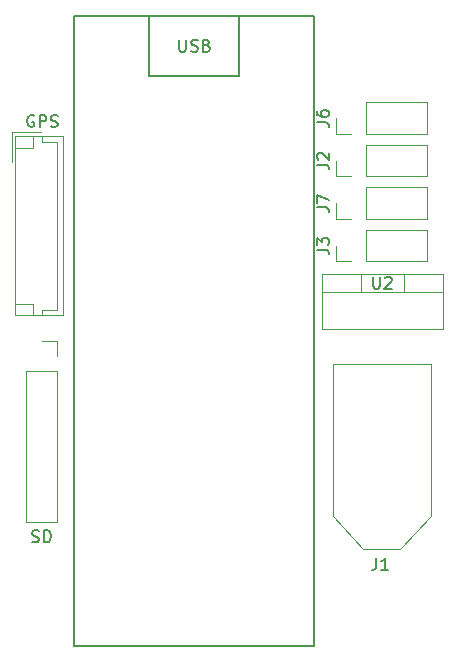
<source format=gbr>
%TF.GenerationSoftware,KiCad,Pcbnew,(6.0.8)*%
%TF.CreationDate,2022-11-08T22:30:31-08:00*%
%TF.ProjectId,ShittyOBC,53686974-7479-44f4-9243-2e6b69636164,rev?*%
%TF.SameCoordinates,Original*%
%TF.FileFunction,Legend,Top*%
%TF.FilePolarity,Positive*%
%FSLAX46Y46*%
G04 Gerber Fmt 4.6, Leading zero omitted, Abs format (unit mm)*
G04 Created by KiCad (PCBNEW (6.0.8)) date 2022-11-08 22:30:31*
%MOMM*%
%LPD*%
G01*
G04 APERTURE LIST*
%ADD10C,0.150000*%
%ADD11C,0.120000*%
G04 APERTURE END LIST*
D10*
%TO.C,U2*%
X158913095Y-92627380D02*
X158913095Y-93436904D01*
X158960714Y-93532142D01*
X159008333Y-93579761D01*
X159103571Y-93627380D01*
X159294047Y-93627380D01*
X159389285Y-93579761D01*
X159436904Y-93532142D01*
X159484523Y-93436904D01*
X159484523Y-92627380D01*
X159913095Y-92722619D02*
X159960714Y-92675000D01*
X160055952Y-92627380D01*
X160294047Y-92627380D01*
X160389285Y-92675000D01*
X160436904Y-92722619D01*
X160484523Y-92817857D01*
X160484523Y-92913095D01*
X160436904Y-93055952D01*
X159865476Y-93627380D01*
X160484523Y-93627380D01*
%TO.C,J8*%
X130039285Y-115054761D02*
X130182142Y-115102380D01*
X130420238Y-115102380D01*
X130515476Y-115054761D01*
X130563095Y-115007142D01*
X130610714Y-114911904D01*
X130610714Y-114816666D01*
X130563095Y-114721428D01*
X130515476Y-114673809D01*
X130420238Y-114626190D01*
X130229761Y-114578571D01*
X130134523Y-114530952D01*
X130086904Y-114483333D01*
X130039285Y-114388095D01*
X130039285Y-114292857D01*
X130086904Y-114197619D01*
X130134523Y-114150000D01*
X130229761Y-114102380D01*
X130467857Y-114102380D01*
X130610714Y-114150000D01*
X131039285Y-115102380D02*
X131039285Y-114102380D01*
X131277380Y-114102380D01*
X131420238Y-114150000D01*
X131515476Y-114245238D01*
X131563095Y-114340476D01*
X131610714Y-114530952D01*
X131610714Y-114673809D01*
X131563095Y-114864285D01*
X131515476Y-114959523D01*
X131420238Y-115054761D01*
X131277380Y-115102380D01*
X131039285Y-115102380D01*
%TO.C,J1*%
X159166666Y-116452380D02*
X159166666Y-117166666D01*
X159119047Y-117309523D01*
X159023809Y-117404761D01*
X158880952Y-117452380D01*
X158785714Y-117452380D01*
X160166666Y-117452380D02*
X159595238Y-117452380D01*
X159880952Y-117452380D02*
X159880952Y-116452380D01*
X159785714Y-116595238D01*
X159690476Y-116690476D01*
X159595238Y-116738095D01*
%TO.C,J7*%
X154172380Y-86733333D02*
X154886666Y-86733333D01*
X155029523Y-86780952D01*
X155124761Y-86876190D01*
X155172380Y-87019047D01*
X155172380Y-87114285D01*
X154172380Y-86352380D02*
X154172380Y-85685714D01*
X155172380Y-86114285D01*
%TO.C,J4*%
X130185714Y-79000000D02*
X130090476Y-78952380D01*
X129947619Y-78952380D01*
X129804761Y-79000000D01*
X129709523Y-79095238D01*
X129661904Y-79190476D01*
X129614285Y-79380952D01*
X129614285Y-79523809D01*
X129661904Y-79714285D01*
X129709523Y-79809523D01*
X129804761Y-79904761D01*
X129947619Y-79952380D01*
X130042857Y-79952380D01*
X130185714Y-79904761D01*
X130233333Y-79857142D01*
X130233333Y-79523809D01*
X130042857Y-79523809D01*
X130661904Y-79952380D02*
X130661904Y-78952380D01*
X131042857Y-78952380D01*
X131138095Y-79000000D01*
X131185714Y-79047619D01*
X131233333Y-79142857D01*
X131233333Y-79285714D01*
X131185714Y-79380952D01*
X131138095Y-79428571D01*
X131042857Y-79476190D01*
X130661904Y-79476190D01*
X131614285Y-79904761D02*
X131757142Y-79952380D01*
X131995238Y-79952380D01*
X132090476Y-79904761D01*
X132138095Y-79857142D01*
X132185714Y-79761904D01*
X132185714Y-79666666D01*
X132138095Y-79571428D01*
X132090476Y-79523809D01*
X131995238Y-79476190D01*
X131804761Y-79428571D01*
X131709523Y-79380952D01*
X131661904Y-79333333D01*
X131614285Y-79238095D01*
X131614285Y-79142857D01*
X131661904Y-79047619D01*
X131709523Y-79000000D01*
X131804761Y-78952380D01*
X132042857Y-78952380D01*
X132185714Y-79000000D01*
%TO.C,U3*%
X142488095Y-72572380D02*
X142488095Y-73381904D01*
X142535714Y-73477142D01*
X142583333Y-73524761D01*
X142678571Y-73572380D01*
X142869047Y-73572380D01*
X142964285Y-73524761D01*
X143011904Y-73477142D01*
X143059523Y-73381904D01*
X143059523Y-72572380D01*
X143488095Y-73524761D02*
X143630952Y-73572380D01*
X143869047Y-73572380D01*
X143964285Y-73524761D01*
X144011904Y-73477142D01*
X144059523Y-73381904D01*
X144059523Y-73286666D01*
X144011904Y-73191428D01*
X143964285Y-73143809D01*
X143869047Y-73096190D01*
X143678571Y-73048571D01*
X143583333Y-73000952D01*
X143535714Y-72953333D01*
X143488095Y-72858095D01*
X143488095Y-72762857D01*
X143535714Y-72667619D01*
X143583333Y-72620000D01*
X143678571Y-72572380D01*
X143916666Y-72572380D01*
X144059523Y-72620000D01*
X144821428Y-73048571D02*
X144964285Y-73096190D01*
X145011904Y-73143809D01*
X145059523Y-73239047D01*
X145059523Y-73381904D01*
X145011904Y-73477142D01*
X144964285Y-73524761D01*
X144869047Y-73572380D01*
X144488095Y-73572380D01*
X144488095Y-72572380D01*
X144821428Y-72572380D01*
X144916666Y-72620000D01*
X144964285Y-72667619D01*
X145011904Y-72762857D01*
X145011904Y-72858095D01*
X144964285Y-72953333D01*
X144916666Y-73000952D01*
X144821428Y-73048571D01*
X144488095Y-73048571D01*
%TO.C,J2*%
X154172380Y-83133333D02*
X154886666Y-83133333D01*
X155029523Y-83180952D01*
X155124761Y-83276190D01*
X155172380Y-83419047D01*
X155172380Y-83514285D01*
X154267619Y-82704761D02*
X154220000Y-82657142D01*
X154172380Y-82561904D01*
X154172380Y-82323809D01*
X154220000Y-82228571D01*
X154267619Y-82180952D01*
X154362857Y-82133333D01*
X154458095Y-82133333D01*
X154600952Y-82180952D01*
X155172380Y-82752380D01*
X155172380Y-82133333D01*
%TO.C,J3*%
X154172380Y-90333333D02*
X154886666Y-90333333D01*
X155029523Y-90380952D01*
X155124761Y-90476190D01*
X155172380Y-90619047D01*
X155172380Y-90714285D01*
X154172380Y-89952380D02*
X154172380Y-89333333D01*
X154553333Y-89666666D01*
X154553333Y-89523809D01*
X154600952Y-89428571D01*
X154648571Y-89380952D01*
X154743809Y-89333333D01*
X154981904Y-89333333D01*
X155077142Y-89380952D01*
X155124761Y-89428571D01*
X155172380Y-89523809D01*
X155172380Y-89809523D01*
X155124761Y-89904761D01*
X155077142Y-89952380D01*
%TO.C,J6*%
X154127380Y-79533333D02*
X154841666Y-79533333D01*
X154984523Y-79580952D01*
X155079761Y-79676190D01*
X155127380Y-79819047D01*
X155127380Y-79914285D01*
X154127380Y-78628571D02*
X154127380Y-78819047D01*
X154175000Y-78914285D01*
X154222619Y-78961904D01*
X154365476Y-79057142D01*
X154555952Y-79104761D01*
X154936904Y-79104761D01*
X155032142Y-79057142D01*
X155079761Y-79009523D01*
X155127380Y-78914285D01*
X155127380Y-78723809D01*
X155079761Y-78628571D01*
X155032142Y-78580952D01*
X154936904Y-78533333D01*
X154698809Y-78533333D01*
X154603571Y-78580952D01*
X154555952Y-78628571D01*
X154508333Y-78723809D01*
X154508333Y-78914285D01*
X154555952Y-79009523D01*
X154603571Y-79057142D01*
X154698809Y-79104761D01*
D11*
%TO.C,U2*%
X154580000Y-97016000D02*
X164820000Y-97016000D01*
X157850000Y-92375000D02*
X157850000Y-93885000D01*
X154580000Y-92375000D02*
X154580000Y-97016000D01*
X161551000Y-92375000D02*
X161551000Y-93885000D01*
X154580000Y-93885000D02*
X164820000Y-93885000D01*
X164820000Y-92375000D02*
X164820000Y-97016000D01*
X154580000Y-92375000D02*
X164820000Y-92375000D01*
%TO.C,J8*%
X129520000Y-113400000D02*
X132180000Y-113400000D01*
X132180000Y-98040000D02*
X132180000Y-99370000D01*
X129520000Y-100640000D02*
X129520000Y-113400000D01*
X132180000Y-100640000D02*
X132180000Y-113400000D01*
X130850000Y-98040000D02*
X132180000Y-98040000D01*
X129520000Y-100640000D02*
X132180000Y-100640000D01*
%TO.C,J1*%
X161200000Y-115700000D02*
X163800000Y-112850000D01*
X158050000Y-115700000D02*
X161200000Y-115700000D01*
X163800000Y-112850000D02*
X163800000Y-100000000D01*
X163800000Y-100000000D02*
X155500000Y-100000000D01*
X155500000Y-100000000D02*
X155500000Y-112850000D01*
X155500000Y-112850000D02*
X158050000Y-115700000D01*
%TO.C,J7*%
X158320000Y-85070000D02*
X163460000Y-85070000D01*
X157050000Y-87730000D02*
X155720000Y-87730000D01*
X163460000Y-87730000D02*
X163460000Y-85070000D01*
X155720000Y-87730000D02*
X155720000Y-86400000D01*
X158320000Y-87730000D02*
X163460000Y-87730000D01*
X158320000Y-87730000D02*
X158320000Y-85070000D01*
%TO.C,J4*%
X132110000Y-81190000D02*
X132110000Y-95410000D01*
X128590000Y-80690000D02*
X128590000Y-95910000D01*
X130900000Y-81190000D02*
X132110000Y-81190000D01*
X130900000Y-80690000D02*
X130900000Y-81190000D01*
X130900000Y-95410000D02*
X130900000Y-95910000D01*
X130090000Y-94910000D02*
X128590000Y-94910000D01*
X130790000Y-80390000D02*
X128290000Y-80390000D01*
X130090000Y-80690000D02*
X130090000Y-81690000D01*
X132610000Y-80690000D02*
X128590000Y-80690000D01*
X132110000Y-95410000D02*
X130900000Y-95410000D01*
X132610000Y-95910000D02*
X132610000Y-80690000D01*
X130090000Y-81690000D02*
X128590000Y-81690000D01*
X128290000Y-80390000D02*
X128290000Y-82890000D01*
X130090000Y-95910000D02*
X130090000Y-94910000D01*
X128590000Y-95910000D02*
X132610000Y-95910000D01*
D10*
%TO.C,U3*%
X147560000Y-75660000D02*
X147560000Y-70580000D01*
X139940000Y-70580000D02*
X139940000Y-75660000D01*
X153910000Y-70580000D02*
X153910000Y-123920000D01*
X133590000Y-123920000D02*
X133590000Y-70580000D01*
X133590000Y-70580000D02*
X153910000Y-70580000D01*
X153910000Y-123920000D02*
X133590000Y-123920000D01*
X139940000Y-75660000D02*
X147560000Y-75660000D01*
D11*
%TO.C,J2*%
X157050000Y-84130000D02*
X155720000Y-84130000D01*
X158320000Y-81470000D02*
X163460000Y-81470000D01*
X155720000Y-84130000D02*
X155720000Y-82800000D01*
X163460000Y-84130000D02*
X163460000Y-81470000D01*
X158320000Y-84130000D02*
X163460000Y-84130000D01*
X158320000Y-84130000D02*
X158320000Y-81470000D01*
%TO.C,J3*%
X163460000Y-91330000D02*
X163460000Y-88670000D01*
X155720000Y-91330000D02*
X155720000Y-90000000D01*
X158320000Y-91330000D02*
X158320000Y-88670000D01*
X157050000Y-91330000D02*
X155720000Y-91330000D01*
X158320000Y-88670000D02*
X163460000Y-88670000D01*
X158320000Y-91330000D02*
X163460000Y-91330000D01*
%TO.C,J6*%
X158320000Y-80530000D02*
X158320000Y-77870000D01*
X157050000Y-80530000D02*
X155720000Y-80530000D01*
X158320000Y-77870000D02*
X163460000Y-77870000D01*
X158320000Y-80530000D02*
X163460000Y-80530000D01*
X155720000Y-80530000D02*
X155720000Y-79200000D01*
X163460000Y-80530000D02*
X163460000Y-77870000D01*
%TD*%
M02*

</source>
